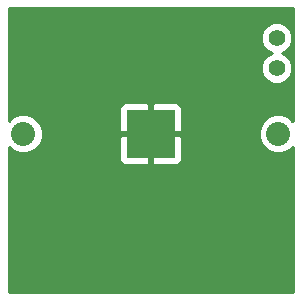
<source format=gbl>
G04 (created by PCBNEW (2013-07-07 BZR 4022)-stable) date 10/4/2013 1:03:36 AM*
%MOIN*%
G04 Gerber Fmt 3.4, Leading zero omitted, Abs format*
%FSLAX34Y34*%
G01*
G70*
G90*
G04 APERTURE LIST*
%ADD10C,0.00590551*%
%ADD11C,0.055*%
%ADD12R,0.16X0.16*%
%ADD13C,0.08*%
%ADD14C,0.035*%
%ADD15C,0.01*%
G04 APERTURE END LIST*
G54D10*
G54D11*
X91250Y-51900D03*
X91250Y-50900D03*
G54D12*
X87050Y-54100D03*
G54D13*
X91300Y-54100D03*
X82800Y-54100D03*
G54D14*
X89620Y-58080D03*
X84600Y-53600D03*
G54D10*
G36*
X91780Y-59380D02*
X88100Y-59380D01*
X88100Y-54850D01*
X88100Y-53349D01*
X88099Y-53250D01*
X88061Y-53158D01*
X87991Y-53087D01*
X87899Y-53049D01*
X87162Y-53050D01*
X87100Y-53112D01*
X87100Y-54050D01*
X88037Y-54050D01*
X88100Y-53987D01*
X88100Y-53349D01*
X88100Y-54850D01*
X88100Y-54212D01*
X88037Y-54150D01*
X87100Y-54150D01*
X87100Y-55087D01*
X87162Y-55150D01*
X87899Y-55150D01*
X87991Y-55112D01*
X88061Y-55041D01*
X88099Y-54949D01*
X88100Y-54850D01*
X88100Y-59380D01*
X87000Y-59380D01*
X87000Y-55087D01*
X87000Y-54150D01*
X87000Y-54050D01*
X87000Y-53112D01*
X86937Y-53050D01*
X86200Y-53049D01*
X86108Y-53087D01*
X86038Y-53158D01*
X86000Y-53250D01*
X85999Y-53349D01*
X86000Y-53987D01*
X86062Y-54050D01*
X87000Y-54050D01*
X87000Y-54150D01*
X86062Y-54150D01*
X86000Y-54212D01*
X85999Y-54850D01*
X86000Y-54949D01*
X86038Y-55041D01*
X86108Y-55112D01*
X86200Y-55150D01*
X86937Y-55150D01*
X87000Y-55087D01*
X87000Y-59380D01*
X82319Y-59380D01*
X82319Y-54538D01*
X82431Y-54650D01*
X82670Y-54749D01*
X82928Y-54750D01*
X83167Y-54651D01*
X83350Y-54468D01*
X83449Y-54229D01*
X83450Y-53971D01*
X83351Y-53732D01*
X83168Y-53549D01*
X82929Y-53450D01*
X82671Y-53449D01*
X82432Y-53548D01*
X82319Y-53661D01*
X82319Y-49919D01*
X91780Y-49919D01*
X91780Y-53661D01*
X91775Y-53655D01*
X91775Y-51796D01*
X91695Y-51603D01*
X91547Y-51455D01*
X91414Y-51399D01*
X91547Y-51345D01*
X91694Y-51197D01*
X91774Y-51004D01*
X91775Y-50796D01*
X91695Y-50603D01*
X91547Y-50455D01*
X91354Y-50375D01*
X91146Y-50374D01*
X90953Y-50454D01*
X90805Y-50602D01*
X90725Y-50795D01*
X90724Y-51003D01*
X90804Y-51197D01*
X90952Y-51344D01*
X91085Y-51400D01*
X90953Y-51454D01*
X90805Y-51602D01*
X90725Y-51795D01*
X90724Y-52003D01*
X90804Y-52197D01*
X90952Y-52344D01*
X91145Y-52424D01*
X91353Y-52425D01*
X91547Y-52345D01*
X91694Y-52197D01*
X91774Y-52004D01*
X91775Y-51796D01*
X91775Y-53655D01*
X91668Y-53549D01*
X91429Y-53450D01*
X91171Y-53449D01*
X90932Y-53548D01*
X90749Y-53731D01*
X90650Y-53970D01*
X90649Y-54228D01*
X90748Y-54467D01*
X90931Y-54650D01*
X91170Y-54749D01*
X91428Y-54750D01*
X91667Y-54651D01*
X91780Y-54538D01*
X91780Y-59380D01*
X91780Y-59380D01*
G37*
G54D15*
X91780Y-59380D02*
X88100Y-59380D01*
X88100Y-54850D01*
X88100Y-53349D01*
X88099Y-53250D01*
X88061Y-53158D01*
X87991Y-53087D01*
X87899Y-53049D01*
X87162Y-53050D01*
X87100Y-53112D01*
X87100Y-54050D01*
X88037Y-54050D01*
X88100Y-53987D01*
X88100Y-53349D01*
X88100Y-54850D01*
X88100Y-54212D01*
X88037Y-54150D01*
X87100Y-54150D01*
X87100Y-55087D01*
X87162Y-55150D01*
X87899Y-55150D01*
X87991Y-55112D01*
X88061Y-55041D01*
X88099Y-54949D01*
X88100Y-54850D01*
X88100Y-59380D01*
X87000Y-59380D01*
X87000Y-55087D01*
X87000Y-54150D01*
X87000Y-54050D01*
X87000Y-53112D01*
X86937Y-53050D01*
X86200Y-53049D01*
X86108Y-53087D01*
X86038Y-53158D01*
X86000Y-53250D01*
X85999Y-53349D01*
X86000Y-53987D01*
X86062Y-54050D01*
X87000Y-54050D01*
X87000Y-54150D01*
X86062Y-54150D01*
X86000Y-54212D01*
X85999Y-54850D01*
X86000Y-54949D01*
X86038Y-55041D01*
X86108Y-55112D01*
X86200Y-55150D01*
X86937Y-55150D01*
X87000Y-55087D01*
X87000Y-59380D01*
X82319Y-59380D01*
X82319Y-54538D01*
X82431Y-54650D01*
X82670Y-54749D01*
X82928Y-54750D01*
X83167Y-54651D01*
X83350Y-54468D01*
X83449Y-54229D01*
X83450Y-53971D01*
X83351Y-53732D01*
X83168Y-53549D01*
X82929Y-53450D01*
X82671Y-53449D01*
X82432Y-53548D01*
X82319Y-53661D01*
X82319Y-49919D01*
X91780Y-49919D01*
X91780Y-53661D01*
X91775Y-53655D01*
X91775Y-51796D01*
X91695Y-51603D01*
X91547Y-51455D01*
X91414Y-51399D01*
X91547Y-51345D01*
X91694Y-51197D01*
X91774Y-51004D01*
X91775Y-50796D01*
X91695Y-50603D01*
X91547Y-50455D01*
X91354Y-50375D01*
X91146Y-50374D01*
X90953Y-50454D01*
X90805Y-50602D01*
X90725Y-50795D01*
X90724Y-51003D01*
X90804Y-51197D01*
X90952Y-51344D01*
X91085Y-51400D01*
X90953Y-51454D01*
X90805Y-51602D01*
X90725Y-51795D01*
X90724Y-52003D01*
X90804Y-52197D01*
X90952Y-52344D01*
X91145Y-52424D01*
X91353Y-52425D01*
X91547Y-52345D01*
X91694Y-52197D01*
X91774Y-52004D01*
X91775Y-51796D01*
X91775Y-53655D01*
X91668Y-53549D01*
X91429Y-53450D01*
X91171Y-53449D01*
X90932Y-53548D01*
X90749Y-53731D01*
X90650Y-53970D01*
X90649Y-54228D01*
X90748Y-54467D01*
X90931Y-54650D01*
X91170Y-54749D01*
X91428Y-54750D01*
X91667Y-54651D01*
X91780Y-54538D01*
X91780Y-59380D01*
M02*

</source>
